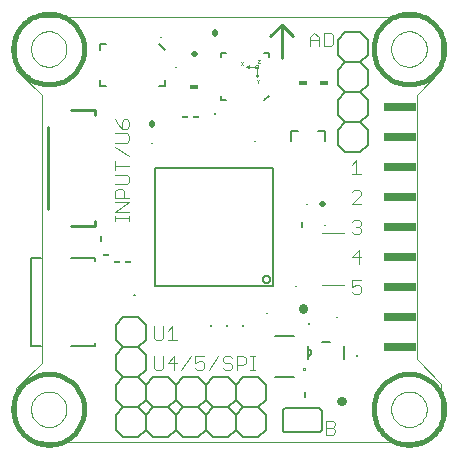
<source format=gto>
G75*
G70*
%OFA0B0*%
%FSLAX24Y24*%
%IPPOS*%
%LPD*%
%AMOC8*
5,1,8,0,0,1.08239X$1,22.5*
%
%ADD10C,0.0000*%
%ADD11C,0.0100*%
%ADD12C,0.0040*%
%ADD13C,0.0160*%
%ADD14C,0.0080*%
%ADD15C,0.0060*%
%ADD16C,0.0039*%
%ADD17C,0.0020*%
%ADD18C,0.0197*%
%ADD19C,0.0030*%
%ADD20R,0.1100X0.0250*%
%ADD21C,0.0295*%
%ADD22C,0.0050*%
%ADD23R,0.0300X0.0180*%
%ADD24R,0.0060X0.0236*%
%ADD25R,0.0236X0.0060*%
%ADD26R,0.0098X0.0098*%
D10*
X011483Y005999D02*
X011483Y006796D01*
X012327Y007639D01*
X012327Y016577D01*
X011483Y017421D01*
X011483Y018203D01*
X011485Y018265D01*
X011491Y018326D01*
X011500Y018387D01*
X011514Y018448D01*
X011531Y018507D01*
X011552Y018565D01*
X011577Y018622D01*
X011605Y018677D01*
X011636Y018730D01*
X011671Y018781D01*
X011709Y018830D01*
X011750Y018877D01*
X011793Y018920D01*
X011840Y018961D01*
X011889Y018999D01*
X011940Y019034D01*
X011993Y019065D01*
X012048Y019093D01*
X012105Y019118D01*
X012163Y019139D01*
X012222Y019156D01*
X012283Y019170D01*
X012344Y019179D01*
X012405Y019185D01*
X012467Y019187D01*
X012467Y019188D02*
X024672Y019188D01*
X024672Y019187D02*
X024734Y019185D01*
X024795Y019179D01*
X024856Y019170D01*
X024917Y019156D01*
X024976Y019139D01*
X025034Y019118D01*
X025091Y019093D01*
X025146Y019065D01*
X025199Y019034D01*
X025250Y018999D01*
X025299Y018961D01*
X025346Y018920D01*
X025389Y018877D01*
X025430Y018830D01*
X025468Y018781D01*
X025503Y018730D01*
X025534Y018677D01*
X025562Y018622D01*
X025587Y018565D01*
X025608Y018507D01*
X025625Y018448D01*
X025639Y018387D01*
X025648Y018326D01*
X025654Y018265D01*
X025656Y018203D01*
X025656Y017406D01*
X024827Y016577D01*
X024827Y007764D01*
X025656Y006935D01*
X025656Y005999D01*
X025654Y005937D01*
X025648Y005876D01*
X025639Y005815D01*
X025625Y005754D01*
X025608Y005695D01*
X025587Y005637D01*
X025562Y005580D01*
X025534Y005525D01*
X025503Y005472D01*
X025468Y005421D01*
X025430Y005372D01*
X025389Y005325D01*
X025346Y005282D01*
X025299Y005241D01*
X025250Y005203D01*
X025199Y005168D01*
X025146Y005137D01*
X025091Y005109D01*
X025034Y005084D01*
X024976Y005063D01*
X024917Y005046D01*
X024856Y005032D01*
X024795Y005023D01*
X024734Y005017D01*
X024672Y005015D01*
X024672Y005014D02*
X012467Y005014D01*
X012467Y005015D02*
X012405Y005017D01*
X012344Y005023D01*
X012283Y005032D01*
X012222Y005046D01*
X012163Y005063D01*
X012105Y005084D01*
X012048Y005109D01*
X011993Y005137D01*
X011940Y005168D01*
X011889Y005203D01*
X011840Y005241D01*
X011793Y005282D01*
X011750Y005325D01*
X011709Y005372D01*
X011671Y005421D01*
X011636Y005472D01*
X011605Y005525D01*
X011577Y005580D01*
X011552Y005637D01*
X011531Y005695D01*
X011514Y005754D01*
X011500Y005815D01*
X011491Y005876D01*
X011485Y005937D01*
X011483Y005999D01*
X011975Y006097D02*
X011977Y006145D01*
X011983Y006193D01*
X011993Y006240D01*
X012006Y006286D01*
X012024Y006331D01*
X012044Y006375D01*
X012069Y006417D01*
X012097Y006456D01*
X012127Y006493D01*
X012161Y006527D01*
X012198Y006559D01*
X012236Y006588D01*
X012277Y006613D01*
X012320Y006635D01*
X012365Y006653D01*
X012411Y006667D01*
X012458Y006678D01*
X012506Y006685D01*
X012554Y006688D01*
X012602Y006687D01*
X012650Y006682D01*
X012698Y006673D01*
X012744Y006661D01*
X012789Y006644D01*
X012833Y006624D01*
X012875Y006601D01*
X012915Y006574D01*
X012953Y006544D01*
X012988Y006511D01*
X013020Y006475D01*
X013050Y006437D01*
X013076Y006396D01*
X013098Y006353D01*
X013118Y006309D01*
X013133Y006264D01*
X013145Y006217D01*
X013153Y006169D01*
X013157Y006121D01*
X013157Y006073D01*
X013153Y006025D01*
X013145Y005977D01*
X013133Y005930D01*
X013118Y005885D01*
X013098Y005841D01*
X013076Y005798D01*
X013050Y005757D01*
X013020Y005719D01*
X012988Y005683D01*
X012953Y005650D01*
X012915Y005620D01*
X012875Y005593D01*
X012833Y005570D01*
X012789Y005550D01*
X012744Y005533D01*
X012698Y005521D01*
X012650Y005512D01*
X012602Y005507D01*
X012554Y005506D01*
X012506Y005509D01*
X012458Y005516D01*
X012411Y005527D01*
X012365Y005541D01*
X012320Y005559D01*
X012277Y005581D01*
X012236Y005606D01*
X012198Y005635D01*
X012161Y005667D01*
X012127Y005701D01*
X012097Y005738D01*
X012069Y005777D01*
X012044Y005819D01*
X012024Y005863D01*
X012006Y005908D01*
X011993Y005954D01*
X011983Y006001D01*
X011977Y006049D01*
X011975Y006097D01*
X023983Y006097D02*
X023985Y006145D01*
X023991Y006193D01*
X024001Y006240D01*
X024014Y006286D01*
X024032Y006331D01*
X024052Y006375D01*
X024077Y006417D01*
X024105Y006456D01*
X024135Y006493D01*
X024169Y006527D01*
X024206Y006559D01*
X024244Y006588D01*
X024285Y006613D01*
X024328Y006635D01*
X024373Y006653D01*
X024419Y006667D01*
X024466Y006678D01*
X024514Y006685D01*
X024562Y006688D01*
X024610Y006687D01*
X024658Y006682D01*
X024706Y006673D01*
X024752Y006661D01*
X024797Y006644D01*
X024841Y006624D01*
X024883Y006601D01*
X024923Y006574D01*
X024961Y006544D01*
X024996Y006511D01*
X025028Y006475D01*
X025058Y006437D01*
X025084Y006396D01*
X025106Y006353D01*
X025126Y006309D01*
X025141Y006264D01*
X025153Y006217D01*
X025161Y006169D01*
X025165Y006121D01*
X025165Y006073D01*
X025161Y006025D01*
X025153Y005977D01*
X025141Y005930D01*
X025126Y005885D01*
X025106Y005841D01*
X025084Y005798D01*
X025058Y005757D01*
X025028Y005719D01*
X024996Y005683D01*
X024961Y005650D01*
X024923Y005620D01*
X024883Y005593D01*
X024841Y005570D01*
X024797Y005550D01*
X024752Y005533D01*
X024706Y005521D01*
X024658Y005512D01*
X024610Y005507D01*
X024562Y005506D01*
X024514Y005509D01*
X024466Y005516D01*
X024419Y005527D01*
X024373Y005541D01*
X024328Y005559D01*
X024285Y005581D01*
X024244Y005606D01*
X024206Y005635D01*
X024169Y005667D01*
X024135Y005701D01*
X024105Y005738D01*
X024077Y005777D01*
X024052Y005819D01*
X024032Y005863D01*
X024014Y005908D01*
X024001Y005954D01*
X023991Y006001D01*
X023985Y006049D01*
X023983Y006097D01*
X023983Y018105D02*
X023985Y018153D01*
X023991Y018201D01*
X024001Y018248D01*
X024014Y018294D01*
X024032Y018339D01*
X024052Y018383D01*
X024077Y018425D01*
X024105Y018464D01*
X024135Y018501D01*
X024169Y018535D01*
X024206Y018567D01*
X024244Y018596D01*
X024285Y018621D01*
X024328Y018643D01*
X024373Y018661D01*
X024419Y018675D01*
X024466Y018686D01*
X024514Y018693D01*
X024562Y018696D01*
X024610Y018695D01*
X024658Y018690D01*
X024706Y018681D01*
X024752Y018669D01*
X024797Y018652D01*
X024841Y018632D01*
X024883Y018609D01*
X024923Y018582D01*
X024961Y018552D01*
X024996Y018519D01*
X025028Y018483D01*
X025058Y018445D01*
X025084Y018404D01*
X025106Y018361D01*
X025126Y018317D01*
X025141Y018272D01*
X025153Y018225D01*
X025161Y018177D01*
X025165Y018129D01*
X025165Y018081D01*
X025161Y018033D01*
X025153Y017985D01*
X025141Y017938D01*
X025126Y017893D01*
X025106Y017849D01*
X025084Y017806D01*
X025058Y017765D01*
X025028Y017727D01*
X024996Y017691D01*
X024961Y017658D01*
X024923Y017628D01*
X024883Y017601D01*
X024841Y017578D01*
X024797Y017558D01*
X024752Y017541D01*
X024706Y017529D01*
X024658Y017520D01*
X024610Y017515D01*
X024562Y017514D01*
X024514Y017517D01*
X024466Y017524D01*
X024419Y017535D01*
X024373Y017549D01*
X024328Y017567D01*
X024285Y017589D01*
X024244Y017614D01*
X024206Y017643D01*
X024169Y017675D01*
X024135Y017709D01*
X024105Y017746D01*
X024077Y017785D01*
X024052Y017827D01*
X024032Y017871D01*
X024014Y017916D01*
X024001Y017962D01*
X023991Y018009D01*
X023985Y018057D01*
X023983Y018105D01*
X011975Y018105D02*
X011977Y018153D01*
X011983Y018201D01*
X011993Y018248D01*
X012006Y018294D01*
X012024Y018339D01*
X012044Y018383D01*
X012069Y018425D01*
X012097Y018464D01*
X012127Y018501D01*
X012161Y018535D01*
X012198Y018567D01*
X012236Y018596D01*
X012277Y018621D01*
X012320Y018643D01*
X012365Y018661D01*
X012411Y018675D01*
X012458Y018686D01*
X012506Y018693D01*
X012554Y018696D01*
X012602Y018695D01*
X012650Y018690D01*
X012698Y018681D01*
X012744Y018669D01*
X012789Y018652D01*
X012833Y018632D01*
X012875Y018609D01*
X012915Y018582D01*
X012953Y018552D01*
X012988Y018519D01*
X013020Y018483D01*
X013050Y018445D01*
X013076Y018404D01*
X013098Y018361D01*
X013118Y018317D01*
X013133Y018272D01*
X013145Y018225D01*
X013153Y018177D01*
X013157Y018129D01*
X013157Y018081D01*
X013153Y018033D01*
X013145Y017985D01*
X013133Y017938D01*
X013118Y017893D01*
X013098Y017849D01*
X013076Y017806D01*
X013050Y017765D01*
X013020Y017727D01*
X012988Y017691D01*
X012953Y017658D01*
X012915Y017628D01*
X012875Y017601D01*
X012833Y017578D01*
X012789Y017558D01*
X012744Y017541D01*
X012698Y017529D01*
X012650Y017520D01*
X012602Y017515D01*
X012554Y017514D01*
X012506Y017517D01*
X012458Y017524D01*
X012411Y017535D01*
X012365Y017549D01*
X012320Y017567D01*
X012277Y017589D01*
X012236Y017614D01*
X012198Y017643D01*
X012161Y017675D01*
X012127Y017709D01*
X012097Y017746D01*
X012069Y017785D01*
X012044Y017827D01*
X012024Y017871D01*
X012006Y017916D01*
X011993Y017962D01*
X011983Y018009D01*
X011977Y018057D01*
X011975Y018105D01*
D11*
X013305Y016058D02*
X014101Y016058D01*
X014101Y015911D01*
X012528Y015517D02*
X012528Y012761D01*
X013305Y012221D02*
X014101Y012221D01*
X014101Y012368D01*
X020327Y017796D02*
X020327Y018921D01*
X020702Y018546D01*
X020327Y018921D02*
X019952Y018546D01*
D12*
X021270Y018498D02*
X021270Y018191D01*
X021577Y018191D02*
X021577Y018498D01*
X021423Y018651D01*
X021270Y018498D01*
X021270Y018421D02*
X021577Y018421D01*
X021730Y018651D02*
X021960Y018651D01*
X022037Y018574D01*
X022037Y018267D01*
X021960Y018191D01*
X021730Y018191D01*
X021730Y018651D01*
X015244Y015679D02*
X015244Y015526D01*
X015168Y015449D01*
X015014Y015449D01*
X015014Y015679D01*
X015091Y015756D01*
X015168Y015756D01*
X015244Y015679D01*
X015014Y015449D02*
X014861Y015602D01*
X014784Y015756D01*
X014784Y015296D02*
X015168Y015296D01*
X015244Y015219D01*
X015244Y015065D01*
X015168Y014989D01*
X014784Y014989D01*
X014784Y014835D02*
X015244Y014528D01*
X015244Y014221D02*
X014784Y014221D01*
X014784Y014068D02*
X014784Y014375D01*
X014784Y013914D02*
X015168Y013914D01*
X015244Y013838D01*
X015244Y013684D01*
X015168Y013607D01*
X014784Y013607D01*
X014861Y013454D02*
X015014Y013454D01*
X015091Y013377D01*
X015091Y013147D01*
X015244Y013147D02*
X014784Y013147D01*
X014784Y013377D01*
X014861Y013454D01*
X014784Y012994D02*
X015244Y012994D01*
X014784Y012687D01*
X015244Y012687D01*
X015244Y012533D02*
X015244Y012380D01*
X015244Y012456D02*
X014784Y012456D01*
X014784Y012380D02*
X014784Y012533D01*
X016066Y008870D02*
X016066Y008486D01*
X016142Y008409D01*
X016296Y008409D01*
X016373Y008486D01*
X016373Y008870D01*
X016526Y008716D02*
X016679Y008870D01*
X016679Y008409D01*
X016526Y008409D02*
X016833Y008409D01*
X016756Y007870D02*
X016526Y007640D01*
X016833Y007640D01*
X016756Y007870D02*
X016756Y007409D01*
X016986Y007409D02*
X017293Y007870D01*
X017447Y007870D02*
X017447Y007640D01*
X017600Y007716D01*
X017677Y007716D01*
X017754Y007640D01*
X017754Y007486D01*
X017677Y007409D01*
X017524Y007409D01*
X017447Y007486D01*
X017447Y007870D02*
X017754Y007870D01*
X018214Y007870D02*
X017907Y007409D01*
X018368Y007486D02*
X018444Y007409D01*
X018598Y007409D01*
X018675Y007486D01*
X018675Y007563D01*
X018598Y007640D01*
X018444Y007640D01*
X018368Y007716D01*
X018368Y007793D01*
X018444Y007870D01*
X018598Y007870D01*
X018675Y007793D01*
X018828Y007870D02*
X019058Y007870D01*
X019135Y007793D01*
X019135Y007640D01*
X019058Y007563D01*
X018828Y007563D01*
X018828Y007409D02*
X018828Y007870D01*
X019288Y007870D02*
X019442Y007870D01*
X019365Y007870D02*
X019365Y007409D01*
X019288Y007409D02*
X019442Y007409D01*
X021816Y005714D02*
X022046Y005714D01*
X022123Y005637D01*
X022123Y005560D01*
X022046Y005483D01*
X021816Y005483D01*
X022046Y005483D02*
X022123Y005407D01*
X022123Y005330D01*
X022046Y005253D01*
X021816Y005253D01*
X021816Y005714D01*
X016373Y007486D02*
X016373Y007870D01*
X016066Y007870D02*
X016066Y007486D01*
X016142Y007409D01*
X016296Y007409D01*
X016373Y007486D01*
X021672Y010242D02*
X022420Y010242D01*
X022668Y010171D02*
X022821Y010248D01*
X022898Y010248D01*
X022975Y010171D01*
X022975Y010017D01*
X022898Y009941D01*
X022744Y009941D01*
X022668Y010017D01*
X022668Y010171D02*
X022668Y010401D01*
X022975Y010401D01*
X022898Y010941D02*
X022898Y011401D01*
X022668Y011171D01*
X022975Y011171D01*
X022898Y011941D02*
X022744Y011941D01*
X022668Y012017D01*
X022821Y012171D02*
X022898Y012171D01*
X022975Y012094D01*
X022975Y012017D01*
X022898Y011941D01*
X022898Y012171D02*
X022975Y012248D01*
X022975Y012324D01*
X022898Y012401D01*
X022744Y012401D01*
X022668Y012324D01*
X022420Y011974D02*
X021672Y011974D01*
X022668Y012941D02*
X022975Y013248D01*
X022975Y013324D01*
X022898Y013401D01*
X022744Y013401D01*
X022668Y013324D01*
X022668Y012941D02*
X022975Y012941D01*
X022975Y013941D02*
X022668Y013941D01*
X022821Y013941D02*
X022821Y014401D01*
X022668Y014248D01*
D13*
X023393Y018105D02*
X023395Y018174D01*
X023401Y018242D01*
X023411Y018310D01*
X023425Y018377D01*
X023443Y018444D01*
X023464Y018509D01*
X023490Y018573D01*
X023519Y018635D01*
X023551Y018695D01*
X023587Y018754D01*
X023627Y018810D01*
X023669Y018864D01*
X023715Y018915D01*
X023764Y018964D01*
X023815Y019010D01*
X023869Y019052D01*
X023925Y019092D01*
X023983Y019128D01*
X024044Y019160D01*
X024106Y019189D01*
X024170Y019215D01*
X024235Y019236D01*
X024302Y019254D01*
X024369Y019268D01*
X024437Y019278D01*
X024505Y019284D01*
X024574Y019286D01*
X024643Y019284D01*
X024711Y019278D01*
X024779Y019268D01*
X024846Y019254D01*
X024913Y019236D01*
X024978Y019215D01*
X025042Y019189D01*
X025104Y019160D01*
X025164Y019128D01*
X025223Y019092D01*
X025279Y019052D01*
X025333Y019010D01*
X025384Y018964D01*
X025433Y018915D01*
X025479Y018864D01*
X025521Y018810D01*
X025561Y018754D01*
X025597Y018695D01*
X025629Y018635D01*
X025658Y018573D01*
X025684Y018509D01*
X025705Y018444D01*
X025723Y018377D01*
X025737Y018310D01*
X025747Y018242D01*
X025753Y018174D01*
X025755Y018105D01*
X025753Y018036D01*
X025747Y017968D01*
X025737Y017900D01*
X025723Y017833D01*
X025705Y017766D01*
X025684Y017701D01*
X025658Y017637D01*
X025629Y017575D01*
X025597Y017514D01*
X025561Y017456D01*
X025521Y017400D01*
X025479Y017346D01*
X025433Y017295D01*
X025384Y017246D01*
X025333Y017200D01*
X025279Y017158D01*
X025223Y017118D01*
X025165Y017082D01*
X025104Y017050D01*
X025042Y017021D01*
X024978Y016995D01*
X024913Y016974D01*
X024846Y016956D01*
X024779Y016942D01*
X024711Y016932D01*
X024643Y016926D01*
X024574Y016924D01*
X024505Y016926D01*
X024437Y016932D01*
X024369Y016942D01*
X024302Y016956D01*
X024235Y016974D01*
X024170Y016995D01*
X024106Y017021D01*
X024044Y017050D01*
X023983Y017082D01*
X023925Y017118D01*
X023869Y017158D01*
X023815Y017200D01*
X023764Y017246D01*
X023715Y017295D01*
X023669Y017346D01*
X023627Y017400D01*
X023587Y017456D01*
X023551Y017514D01*
X023519Y017575D01*
X023490Y017637D01*
X023464Y017701D01*
X023443Y017766D01*
X023425Y017833D01*
X023411Y017900D01*
X023401Y017968D01*
X023395Y018036D01*
X023393Y018105D01*
X011385Y018105D02*
X011387Y018174D01*
X011393Y018242D01*
X011403Y018310D01*
X011417Y018377D01*
X011435Y018444D01*
X011456Y018509D01*
X011482Y018573D01*
X011511Y018635D01*
X011543Y018695D01*
X011579Y018754D01*
X011619Y018810D01*
X011661Y018864D01*
X011707Y018915D01*
X011756Y018964D01*
X011807Y019010D01*
X011861Y019052D01*
X011917Y019092D01*
X011975Y019128D01*
X012036Y019160D01*
X012098Y019189D01*
X012162Y019215D01*
X012227Y019236D01*
X012294Y019254D01*
X012361Y019268D01*
X012429Y019278D01*
X012497Y019284D01*
X012566Y019286D01*
X012635Y019284D01*
X012703Y019278D01*
X012771Y019268D01*
X012838Y019254D01*
X012905Y019236D01*
X012970Y019215D01*
X013034Y019189D01*
X013096Y019160D01*
X013156Y019128D01*
X013215Y019092D01*
X013271Y019052D01*
X013325Y019010D01*
X013376Y018964D01*
X013425Y018915D01*
X013471Y018864D01*
X013513Y018810D01*
X013553Y018754D01*
X013589Y018695D01*
X013621Y018635D01*
X013650Y018573D01*
X013676Y018509D01*
X013697Y018444D01*
X013715Y018377D01*
X013729Y018310D01*
X013739Y018242D01*
X013745Y018174D01*
X013747Y018105D01*
X013745Y018036D01*
X013739Y017968D01*
X013729Y017900D01*
X013715Y017833D01*
X013697Y017766D01*
X013676Y017701D01*
X013650Y017637D01*
X013621Y017575D01*
X013589Y017514D01*
X013553Y017456D01*
X013513Y017400D01*
X013471Y017346D01*
X013425Y017295D01*
X013376Y017246D01*
X013325Y017200D01*
X013271Y017158D01*
X013215Y017118D01*
X013157Y017082D01*
X013096Y017050D01*
X013034Y017021D01*
X012970Y016995D01*
X012905Y016974D01*
X012838Y016956D01*
X012771Y016942D01*
X012703Y016932D01*
X012635Y016926D01*
X012566Y016924D01*
X012497Y016926D01*
X012429Y016932D01*
X012361Y016942D01*
X012294Y016956D01*
X012227Y016974D01*
X012162Y016995D01*
X012098Y017021D01*
X012036Y017050D01*
X011975Y017082D01*
X011917Y017118D01*
X011861Y017158D01*
X011807Y017200D01*
X011756Y017246D01*
X011707Y017295D01*
X011661Y017346D01*
X011619Y017400D01*
X011579Y017456D01*
X011543Y017514D01*
X011511Y017575D01*
X011482Y017637D01*
X011456Y017701D01*
X011435Y017766D01*
X011417Y017833D01*
X011403Y017900D01*
X011393Y017968D01*
X011387Y018036D01*
X011385Y018105D01*
X011385Y006097D02*
X011387Y006166D01*
X011393Y006234D01*
X011403Y006302D01*
X011417Y006369D01*
X011435Y006436D01*
X011456Y006501D01*
X011482Y006565D01*
X011511Y006627D01*
X011543Y006687D01*
X011579Y006746D01*
X011619Y006802D01*
X011661Y006856D01*
X011707Y006907D01*
X011756Y006956D01*
X011807Y007002D01*
X011861Y007044D01*
X011917Y007084D01*
X011975Y007120D01*
X012036Y007152D01*
X012098Y007181D01*
X012162Y007207D01*
X012227Y007228D01*
X012294Y007246D01*
X012361Y007260D01*
X012429Y007270D01*
X012497Y007276D01*
X012566Y007278D01*
X012635Y007276D01*
X012703Y007270D01*
X012771Y007260D01*
X012838Y007246D01*
X012905Y007228D01*
X012970Y007207D01*
X013034Y007181D01*
X013096Y007152D01*
X013156Y007120D01*
X013215Y007084D01*
X013271Y007044D01*
X013325Y007002D01*
X013376Y006956D01*
X013425Y006907D01*
X013471Y006856D01*
X013513Y006802D01*
X013553Y006746D01*
X013589Y006687D01*
X013621Y006627D01*
X013650Y006565D01*
X013676Y006501D01*
X013697Y006436D01*
X013715Y006369D01*
X013729Y006302D01*
X013739Y006234D01*
X013745Y006166D01*
X013747Y006097D01*
X013745Y006028D01*
X013739Y005960D01*
X013729Y005892D01*
X013715Y005825D01*
X013697Y005758D01*
X013676Y005693D01*
X013650Y005629D01*
X013621Y005567D01*
X013589Y005506D01*
X013553Y005448D01*
X013513Y005392D01*
X013471Y005338D01*
X013425Y005287D01*
X013376Y005238D01*
X013325Y005192D01*
X013271Y005150D01*
X013215Y005110D01*
X013157Y005074D01*
X013096Y005042D01*
X013034Y005013D01*
X012970Y004987D01*
X012905Y004966D01*
X012838Y004948D01*
X012771Y004934D01*
X012703Y004924D01*
X012635Y004918D01*
X012566Y004916D01*
X012497Y004918D01*
X012429Y004924D01*
X012361Y004934D01*
X012294Y004948D01*
X012227Y004966D01*
X012162Y004987D01*
X012098Y005013D01*
X012036Y005042D01*
X011975Y005074D01*
X011917Y005110D01*
X011861Y005150D01*
X011807Y005192D01*
X011756Y005238D01*
X011707Y005287D01*
X011661Y005338D01*
X011619Y005392D01*
X011579Y005448D01*
X011543Y005506D01*
X011511Y005567D01*
X011482Y005629D01*
X011456Y005693D01*
X011435Y005758D01*
X011417Y005825D01*
X011403Y005892D01*
X011393Y005960D01*
X011387Y006028D01*
X011385Y006097D01*
X023393Y006097D02*
X023395Y006166D01*
X023401Y006234D01*
X023411Y006302D01*
X023425Y006369D01*
X023443Y006436D01*
X023464Y006501D01*
X023490Y006565D01*
X023519Y006627D01*
X023551Y006687D01*
X023587Y006746D01*
X023627Y006802D01*
X023669Y006856D01*
X023715Y006907D01*
X023764Y006956D01*
X023815Y007002D01*
X023869Y007044D01*
X023925Y007084D01*
X023983Y007120D01*
X024044Y007152D01*
X024106Y007181D01*
X024170Y007207D01*
X024235Y007228D01*
X024302Y007246D01*
X024369Y007260D01*
X024437Y007270D01*
X024505Y007276D01*
X024574Y007278D01*
X024643Y007276D01*
X024711Y007270D01*
X024779Y007260D01*
X024846Y007246D01*
X024913Y007228D01*
X024978Y007207D01*
X025042Y007181D01*
X025104Y007152D01*
X025164Y007120D01*
X025223Y007084D01*
X025279Y007044D01*
X025333Y007002D01*
X025384Y006956D01*
X025433Y006907D01*
X025479Y006856D01*
X025521Y006802D01*
X025561Y006746D01*
X025597Y006687D01*
X025629Y006627D01*
X025658Y006565D01*
X025684Y006501D01*
X025705Y006436D01*
X025723Y006369D01*
X025737Y006302D01*
X025747Y006234D01*
X025753Y006166D01*
X025755Y006097D01*
X025753Y006028D01*
X025747Y005960D01*
X025737Y005892D01*
X025723Y005825D01*
X025705Y005758D01*
X025684Y005693D01*
X025658Y005629D01*
X025629Y005567D01*
X025597Y005506D01*
X025561Y005448D01*
X025521Y005392D01*
X025479Y005338D01*
X025433Y005287D01*
X025384Y005238D01*
X025333Y005192D01*
X025279Y005150D01*
X025223Y005110D01*
X025165Y005074D01*
X025104Y005042D01*
X025042Y005013D01*
X024978Y004987D01*
X024913Y004966D01*
X024846Y004948D01*
X024779Y004934D01*
X024711Y004924D01*
X024643Y004918D01*
X024574Y004916D01*
X024505Y004918D01*
X024437Y004924D01*
X024369Y004934D01*
X024302Y004948D01*
X024235Y004966D01*
X024170Y004987D01*
X024106Y005013D01*
X024044Y005042D01*
X023983Y005074D01*
X023925Y005110D01*
X023869Y005150D01*
X023815Y005192D01*
X023764Y005238D01*
X023715Y005287D01*
X023669Y005338D01*
X023627Y005392D01*
X023587Y005448D01*
X023551Y005506D01*
X023519Y005567D01*
X023490Y005629D01*
X023464Y005693D01*
X023443Y005758D01*
X023425Y005825D01*
X023411Y005892D01*
X023401Y005960D01*
X023395Y006028D01*
X023393Y006097D01*
D14*
X020758Y007177D02*
X020108Y007177D01*
X020108Y008527D02*
X020758Y008527D01*
X019758Y016414D02*
X019896Y016552D01*
X018459Y016414D02*
X018321Y016414D01*
X018321Y016552D01*
X018321Y017851D02*
X018321Y017989D01*
X018459Y017989D01*
X019758Y017989D02*
X019896Y017989D01*
X019896Y017851D01*
X016441Y018069D02*
X016244Y018266D01*
X016441Y017085D02*
X016441Y016888D01*
X016244Y016888D01*
X014472Y016888D02*
X014275Y016888D01*
X014275Y017085D01*
X014275Y018069D02*
X014275Y018266D01*
X014472Y018266D01*
D15*
X016296Y018510D02*
X016296Y018518D01*
X016792Y017514D02*
X016800Y017514D01*
X018108Y015956D02*
X018108Y015948D01*
X019452Y015050D02*
X019452Y015042D01*
X020642Y015048D02*
X020642Y015368D01*
X020862Y015368D01*
X021542Y015368D02*
X021762Y015368D01*
X021762Y015048D01*
X022202Y014921D02*
X022452Y014671D01*
X022952Y014671D01*
X023202Y014921D01*
X023202Y015421D01*
X022952Y015671D01*
X023202Y015921D01*
X023202Y016421D01*
X022952Y016671D01*
X022452Y016671D01*
X022202Y016421D01*
X022202Y015921D01*
X022452Y015671D01*
X022952Y015671D01*
X022452Y015671D02*
X022202Y015421D01*
X022202Y014921D01*
X022452Y016671D02*
X022202Y016921D01*
X022202Y017421D01*
X022452Y017671D01*
X022202Y017921D01*
X022202Y018421D01*
X022452Y018671D01*
X022952Y018671D01*
X023202Y018421D01*
X023202Y017921D01*
X022952Y017671D01*
X023202Y017421D01*
X023202Y016921D01*
X022952Y016671D01*
X022952Y017671D02*
X022452Y017671D01*
X016014Y014987D02*
X016014Y014979D01*
X021167Y012952D02*
X021175Y012952D01*
X021764Y012237D02*
X021764Y012229D01*
X020800Y010202D02*
X020792Y010202D01*
X019827Y009300D02*
X019827Y009292D01*
X021233Y008956D02*
X021233Y008948D01*
X022167Y009171D02*
X022175Y009171D01*
X021926Y008323D02*
X021666Y008323D01*
X021196Y008193D02*
X021196Y008103D01*
X021196Y007863D01*
X021196Y007773D01*
X021196Y007863D02*
X021217Y007865D01*
X021237Y007870D01*
X021256Y007879D01*
X021273Y007891D01*
X021288Y007906D01*
X021300Y007923D01*
X021309Y007942D01*
X021314Y007962D01*
X021316Y007983D01*
X021314Y008004D01*
X021309Y008024D01*
X021300Y008043D01*
X021288Y008060D01*
X021273Y008075D01*
X021256Y008087D01*
X021237Y008096D01*
X021217Y008101D01*
X021196Y008103D01*
X022396Y008193D02*
X022396Y007773D01*
X022858Y007885D02*
X022858Y007893D01*
X021564Y006133D02*
X020464Y006133D01*
X020447Y006131D01*
X020430Y006127D01*
X020414Y006120D01*
X020400Y006110D01*
X020387Y006097D01*
X020377Y006083D01*
X020370Y006067D01*
X020366Y006050D01*
X020364Y006033D01*
X020364Y005433D01*
X020366Y005416D01*
X020370Y005399D01*
X020377Y005383D01*
X020387Y005369D01*
X020400Y005356D01*
X020414Y005346D01*
X020430Y005339D01*
X020447Y005335D01*
X020464Y005333D01*
X021564Y005333D01*
X021581Y005335D01*
X021598Y005339D01*
X021614Y005346D01*
X021628Y005356D01*
X021641Y005369D01*
X021651Y005383D01*
X021658Y005399D01*
X021662Y005416D01*
X021664Y005433D01*
X021664Y006033D01*
X021662Y006050D01*
X021658Y006067D01*
X021651Y006083D01*
X021641Y006097D01*
X021628Y006110D01*
X021614Y006120D01*
X021598Y006127D01*
X021581Y006131D01*
X021564Y006133D01*
X019796Y005921D02*
X019796Y005421D01*
X019546Y005171D01*
X019046Y005171D01*
X018796Y005421D01*
X018546Y005171D01*
X018046Y005171D01*
X017796Y005421D01*
X017796Y005921D01*
X018046Y006171D01*
X018546Y006171D01*
X018796Y005921D01*
X019046Y006171D01*
X019546Y006171D01*
X019796Y005921D01*
X019546Y006171D02*
X019796Y006421D01*
X019796Y006921D01*
X019546Y007171D01*
X019046Y007171D01*
X018796Y006921D01*
X018546Y007171D01*
X018046Y007171D01*
X017796Y006921D01*
X017796Y006421D01*
X018046Y006171D01*
X018546Y006171D01*
X018796Y006421D01*
X018796Y006921D01*
X018796Y006421D02*
X019046Y006171D01*
X019546Y006171D01*
X018796Y005921D02*
X018796Y005421D01*
X017796Y005421D02*
X017546Y005171D01*
X017046Y005171D01*
X016796Y005421D01*
X016546Y005171D01*
X016046Y005171D01*
X015796Y005421D01*
X015796Y005921D01*
X016046Y006171D01*
X016546Y006171D01*
X016796Y005921D01*
X017046Y006171D01*
X017546Y006171D01*
X017796Y005921D01*
X017546Y006171D02*
X017046Y006171D01*
X016796Y006421D01*
X016546Y006171D01*
X016046Y006171D01*
X015796Y006421D01*
X015546Y006171D01*
X015796Y005921D01*
X015796Y005421D01*
X015546Y005171D01*
X015046Y005171D01*
X014796Y005421D01*
X014796Y005921D01*
X015046Y006171D01*
X014796Y006421D01*
X014796Y006921D01*
X015046Y007171D01*
X015546Y007171D01*
X015796Y006921D01*
X015796Y006421D01*
X015796Y006921D01*
X016046Y007171D01*
X016546Y007171D01*
X016796Y006921D01*
X017046Y007171D01*
X017546Y007171D01*
X017796Y006921D01*
X017796Y006421D02*
X017546Y006171D01*
X016796Y006421D02*
X016796Y006921D01*
X015796Y007421D02*
X015546Y007171D01*
X015796Y007421D02*
X015796Y007921D01*
X015546Y008171D01*
X015796Y008421D01*
X015796Y008921D01*
X015546Y009171D01*
X015046Y009171D01*
X014796Y008921D01*
X014796Y008421D01*
X015046Y008171D01*
X015546Y008171D01*
X015046Y008171D02*
X014796Y007921D01*
X014796Y007421D01*
X015046Y007171D01*
X015046Y006171D02*
X015546Y006171D01*
X016796Y005921D02*
X016796Y005421D01*
X015425Y009921D02*
X015417Y009921D01*
D16*
X019502Y017163D02*
X019462Y017241D01*
X019541Y017241D01*
X019502Y017163D01*
X019502Y017517D01*
X019446Y017517D02*
X019448Y017531D01*
X019454Y017545D01*
X019462Y017557D01*
X019474Y017565D01*
X019488Y017571D01*
X019502Y017573D01*
X019516Y017571D01*
X019530Y017565D01*
X019542Y017557D01*
X019550Y017545D01*
X019556Y017531D01*
X019558Y017517D01*
X019556Y017503D01*
X019550Y017489D01*
X019542Y017477D01*
X019530Y017469D01*
X019516Y017463D01*
X019502Y017461D01*
X019488Y017463D01*
X019474Y017469D01*
X019462Y017477D01*
X019454Y017489D01*
X019448Y017503D01*
X019446Y017517D01*
X019502Y017517D02*
X019147Y017517D01*
X019226Y017477D01*
X019226Y017556D01*
X019147Y017517D01*
D17*
X019026Y017566D02*
X018961Y017664D01*
X019026Y017664D02*
X018961Y017566D01*
X019551Y017645D02*
X019617Y017645D01*
X019551Y017645D02*
X019551Y017661D01*
X019617Y017727D01*
X019617Y017743D01*
X019551Y017743D01*
X019577Y017074D02*
X019577Y017057D01*
X019545Y017025D01*
X019545Y016976D01*
X019545Y017025D02*
X019512Y017057D01*
X019512Y017074D01*
D18*
X017441Y017952D02*
X017401Y017952D01*
X018108Y018619D02*
X018108Y018659D01*
X016014Y015628D02*
X016014Y015588D01*
X021682Y012952D02*
X021722Y012952D01*
D19*
X021116Y007487D02*
X021116Y007408D01*
X021037Y007408D01*
X021037Y007487D01*
X021116Y007487D01*
D20*
X024277Y008171D03*
X024277Y009171D03*
X024277Y010171D03*
X024277Y011171D03*
X024277Y012171D03*
X024277Y013171D03*
X024277Y014171D03*
X024277Y015171D03*
X024277Y016171D03*
D21*
X021046Y009472D02*
X021046Y009432D01*
X022307Y006358D02*
X022347Y006358D01*
D22*
X020045Y010202D02*
X020045Y014139D01*
X016108Y014139D01*
X016108Y010202D01*
X020045Y010202D01*
X019700Y010430D02*
X019702Y010452D01*
X019708Y010473D01*
X019717Y010492D01*
X019730Y010510D01*
X019746Y010525D01*
X019764Y010537D01*
X019784Y010545D01*
X019805Y010550D01*
X019826Y010551D01*
X019848Y010548D01*
X019869Y010541D01*
X019888Y010531D01*
X019905Y010517D01*
X019919Y010501D01*
X019930Y010482D01*
X019938Y010462D01*
X019942Y010441D01*
X019942Y010419D01*
X019938Y010398D01*
X019930Y010378D01*
X019919Y010359D01*
X019905Y010343D01*
X019888Y010329D01*
X019869Y010319D01*
X019848Y010312D01*
X019826Y010309D01*
X019805Y010310D01*
X019784Y010315D01*
X019764Y010323D01*
X019746Y010335D01*
X019730Y010350D01*
X019717Y010368D01*
X019708Y010387D01*
X019702Y010408D01*
X019700Y010430D01*
X014114Y011049D02*
X014114Y011147D01*
X013307Y011147D01*
X012323Y011147D02*
X011976Y011147D01*
X011976Y008194D01*
X012323Y008194D01*
X013307Y008194D02*
X014114Y008194D01*
X014114Y008293D01*
D23*
X017421Y016827D03*
X021046Y016983D03*
X021733Y016983D03*
D24*
X021014Y012233D03*
X014296Y011764D03*
X021108Y006577D03*
D25*
X015202Y011014D03*
X014858Y011014D03*
X014483Y011233D03*
X017108Y015827D03*
X017483Y015827D03*
D26*
X017983Y008876D03*
X018514Y008876D03*
X019046Y008876D03*
M02*

</source>
